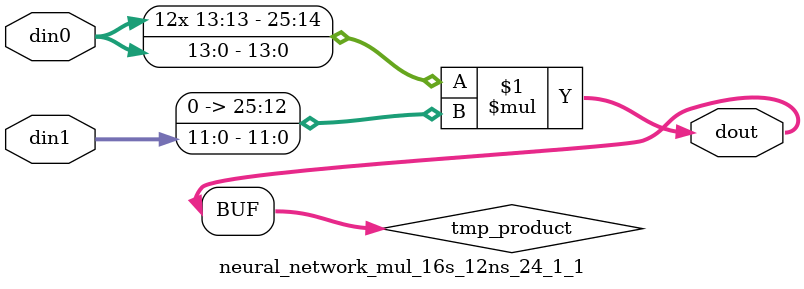
<source format=v>

`timescale 1 ns / 1 ps

  module neural_network_mul_16s_12ns_24_1_1(din0, din1, dout);
parameter ID = 1;
parameter NUM_STAGE = 0;
parameter din0_WIDTH = 14;
parameter din1_WIDTH = 12;
parameter dout_WIDTH = 26;

input [din0_WIDTH - 1 : 0] din0; 
input [din1_WIDTH - 1 : 0] din1; 
output [dout_WIDTH - 1 : 0] dout;

wire signed [dout_WIDTH - 1 : 0] tmp_product;












assign tmp_product = $signed(din0) * $signed({1'b0, din1});









assign dout = tmp_product;







endmodule

</source>
